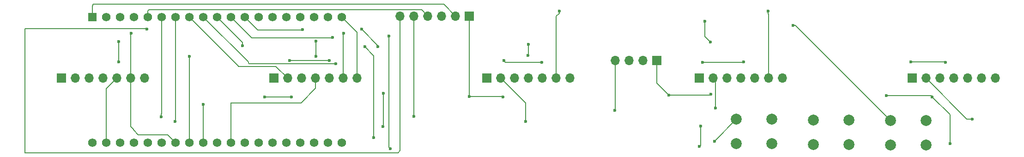
<source format=gbl>
%TF.GenerationSoftware,KiCad,Pcbnew,8.0.5*%
%TF.CreationDate,2024-09-09T15:54:14+02:00*%
%TF.ProjectId,info_orbs,696e666f-5f6f-4726-9273-2e6b69636164,rev?*%
%TF.SameCoordinates,Original*%
%TF.FileFunction,Copper,L2,Bot*%
%TF.FilePolarity,Positive*%
%FSLAX46Y46*%
G04 Gerber Fmt 4.6, Leading zero omitted, Abs format (unit mm)*
G04 Created by KiCad (PCBNEW 8.0.5) date 2024-09-09 15:54:14*
%MOMM*%
%LPD*%
G01*
G04 APERTURE LIST*
%TA.AperFunction,ComponentPad*%
%ADD10R,1.700000X1.700000*%
%TD*%
%TA.AperFunction,ComponentPad*%
%ADD11O,1.700000X1.700000*%
%TD*%
%TA.AperFunction,ComponentPad*%
%ADD12C,2.000000*%
%TD*%
%TA.AperFunction,ComponentPad*%
%ADD13R,1.560000X1.560000*%
%TD*%
%TA.AperFunction,ComponentPad*%
%ADD14C,1.560000*%
%TD*%
%TA.AperFunction,ViaPad*%
%ADD15C,0.600000*%
%TD*%
%TA.AperFunction,Conductor*%
%ADD16C,0.200000*%
%TD*%
G04 APERTURE END LIST*
D10*
%TO.P,D5,1,RST*%
%TO.N,Net-(V1-IO18)*%
X203462500Y-74250000D03*
D11*
%TO.P,D5,2,CS*%
%TO.N,Net-(V1-IO21)*%
X206002500Y-74250000D03*
%TO.P,D5,3,DC*%
%TO.N,Net-(V1-IO19)*%
X208542500Y-74250000D03*
%TO.P,D5,4,SDA*%
%TO.N,Net-(V1-IO17)*%
X211082500Y-74250000D03*
%TO.P,D5,5,SCL*%
%TO.N,Net-(V1-IO23)*%
X213622500Y-74250000D03*
%TO.P,D5,6,GND*%
%TO.N,Net-(V1-GND2)*%
X216162500Y-74250000D03*
%TO.P,D5,7,VCC*%
%TO.N,Net-(U1-vcc)*%
X218702500Y-74250000D03*
%TD*%
D10*
%TO.P,U1,1,vcc*%
%TO.N,Net-(U1-vcc)*%
X122320000Y-62860000D03*
D11*
%TO.P,U1,2,3.3v*%
%TO.N,Net-(U1-3.3v)*%
X119780000Y-62860000D03*
%TO.P,U1,3,GND*%
%TO.N,Net-(U1-GND)*%
X117240000Y-62860000D03*
%TO.P,U1,4,gipo34*%
%TO.N,Net-(U1-gipo34)*%
X114700000Y-62860000D03*
%TO.P,U1,5,gpio35*%
%TO.N,Net-(U1-gpio35)*%
X112160000Y-62860000D03*
%TO.P,U1,6,gpio12*%
%TO.N,Net-(U1-gpio12)*%
X109620000Y-62860000D03*
%TD*%
D10*
%TO.P,D3,1,RST*%
%TO.N,Net-(V1-IO18)*%
X125480000Y-74250000D03*
D11*
%TO.P,D3,2,CS*%
%TO.N,Net-(V1-IO32)*%
X128020000Y-74250000D03*
%TO.P,D3,3,DC*%
%TO.N,Net-(V1-IO19)*%
X130560000Y-74250000D03*
%TO.P,D3,4,SDA*%
%TO.N,Net-(V1-IO17)*%
X133100000Y-74250000D03*
%TO.P,D3,5,SCL*%
%TO.N,Net-(V1-IO23)*%
X135640000Y-74250000D03*
%TO.P,D3,6,GND*%
%TO.N,Net-(V1-GND2)*%
X138180000Y-74250000D03*
%TO.P,D3,7,VCC*%
%TO.N,Net-(U1-vcc)*%
X140720000Y-74250000D03*
%TD*%
D12*
%TO.P,RHT,1,1*%
%TO.N,Net-(V1-IO14)*%
X199500000Y-82000000D03*
X206000000Y-82000000D03*
%TO.P,RHT,2,2*%
%TO.N,Net-(U1-vcc)*%
X199500000Y-86500000D03*
X206000000Y-86500000D03*
%TD*%
D10*
%TO.P,D4,1,RST*%
%TO.N,Net-(V1-IO18)*%
X164471250Y-74250000D03*
D11*
%TO.P,D4,2,CS*%
%TO.N,Net-(V1-IO25)*%
X167011250Y-74250000D03*
%TO.P,D4,3,DC*%
%TO.N,Net-(V1-IO19)*%
X169551250Y-74250000D03*
%TO.P,D4,4,SDA*%
%TO.N,Net-(V1-IO17)*%
X172091250Y-74250000D03*
%TO.P,D4,5,SCL*%
%TO.N,Net-(V1-IO23)*%
X174631250Y-74250000D03*
%TO.P,D4,6,GND*%
%TO.N,Net-(V1-GND2)*%
X177171250Y-74250000D03*
%TO.P,D4,7,VCC*%
%TO.N,Net-(U1-vcc)*%
X179711250Y-74250000D03*
%TD*%
D12*
%TO.P,OK,1,1*%
%TO.N,Net-(V1-IO27)*%
X185375000Y-81875000D03*
X191875000Y-81875000D03*
%TO.P,OK,2,2*%
%TO.N,Net-(U1-vcc)*%
X185375000Y-86375000D03*
X191875000Y-86375000D03*
%TD*%
D10*
%TO.P,D2,1,RST*%
%TO.N,Net-(V1-IO18)*%
X86488750Y-74250000D03*
D11*
%TO.P,D2,2,CS*%
%TO.N,Net-(V1-IO33)*%
X89028750Y-74250000D03*
%TO.P,D2,3,DC*%
%TO.N,Net-(V1-IO19)*%
X91568750Y-74250000D03*
%TO.P,D2,4,SDA*%
%TO.N,Net-(V1-IO17)*%
X94108750Y-74250000D03*
%TO.P,D2,5,SCL*%
%TO.N,Net-(V1-IO23)*%
X96648750Y-74250000D03*
%TO.P,D2,6,GND*%
%TO.N,Net-(V1-GND2)*%
X99188750Y-74250000D03*
%TO.P,D2,7,VCC*%
%TO.N,Net-(U1-vcc)*%
X101728750Y-74250000D03*
%TD*%
D10*
%TO.P,D1,1,RST*%
%TO.N,Net-(V1-IO18)*%
X47497500Y-74250000D03*
D11*
%TO.P,D1,2,CS*%
%TO.N,Net-(V1-IO13)*%
X50037500Y-74250000D03*
%TO.P,D1,3,DC*%
%TO.N,Net-(V1-IO19)*%
X52577500Y-74250000D03*
%TO.P,D1,4,SDA*%
%TO.N,Net-(V1-IO17)*%
X55117500Y-74250000D03*
%TO.P,D1,5,SCL*%
%TO.N,Net-(V1-IO23)*%
X57657500Y-74250000D03*
%TO.P,D1,6,GND*%
%TO.N,Net-(V1-GND2)*%
X60197500Y-74250000D03*
%TO.P,D1,7,VCC*%
%TO.N,Net-(U1-vcc)*%
X62737500Y-74250000D03*
%TD*%
D12*
%TO.P,LFT,1,1*%
%TO.N,Net-(V1-IO26)*%
X171250000Y-81750000D03*
X177750000Y-81750000D03*
%TO.P,LFT,2,2*%
%TO.N,Net-(U1-vcc)*%
X171250000Y-86250000D03*
X177750000Y-86250000D03*
%TD*%
D10*
%TO.P,USB C,1,VCC*%
%TO.N,Net-(U1-vcc)*%
X156615000Y-71000000D03*
D11*
%TO.P,USB C,2,d+*%
%TO.N,unconnected-(USBPower1-d+-Pad2)*%
X154075000Y-71000000D03*
%TO.P,USB C,3,D-*%
%TO.N,unconnected-(USBPower1-D--Pad3)*%
X151535000Y-71000000D03*
%TO.P,USB C,4,GND*%
%TO.N,Net-(USBPower1-GND)*%
X148995000Y-71000000D03*
%TD*%
D13*
%TO.P,V1,J2-1,3V3*%
%TO.N,Net-(U1-3.3v)*%
X53210000Y-63037500D03*
D14*
%TO.P,V1,J2-2,EN*%
%TO.N,unconnected-(V1-EN-PadJ2-2)*%
X55750000Y-63037500D03*
%TO.P,V1,J2-3,SENSOR_VP*%
%TO.N,unconnected-(V1-SENSOR_VP-PadJ2-3)*%
X58290000Y-63037500D03*
%TO.P,V1,J2-4,SENSOR_VN*%
%TO.N,unconnected-(V1-SENSOR_VN-PadJ2-4)*%
X60830000Y-63037500D03*
%TO.P,V1,J2-5,IO34*%
%TO.N,Net-(U1-gipo34)*%
X63370000Y-63037500D03*
%TO.P,V1,J2-6,IO35*%
%TO.N,Net-(U1-gpio35)*%
X65910000Y-63037500D03*
%TO.P,V1,J2-7,IO32*%
%TO.N,Net-(V1-IO32)*%
X68450000Y-63037500D03*
%TO.P,V1,J2-8,IO33*%
%TO.N,Net-(V1-IO33)*%
X70990000Y-63037500D03*
%TO.P,V1,J2-9,IO25*%
%TO.N,Net-(V1-IO25)*%
X73530000Y-63037500D03*
%TO.P,V1,J2-10,IO26*%
%TO.N,Net-(V1-IO26)*%
X76070000Y-63037500D03*
%TO.P,V1,J2-11,IO27*%
%TO.N,Net-(V1-IO27)*%
X78610000Y-63037500D03*
%TO.P,V1,J2-12,IO14*%
%TO.N,Net-(V1-IO14)*%
X81150000Y-63037500D03*
%TO.P,V1,J2-13,IO12*%
%TO.N,Net-(U1-gpio12)*%
X83690000Y-63037500D03*
%TO.P,V1,J2-14,GND1*%
%TO.N,Net-(U1-GND)*%
X86230000Y-63037500D03*
%TO.P,V1,J2-15,IO13*%
%TO.N,Net-(V1-IO13)*%
X88770000Y-63037500D03*
%TO.P,V1,J2-16,SD2*%
%TO.N,unconnected-(V1-SD2-PadJ2-16)*%
X91310000Y-63037500D03*
%TO.P,V1,J2-17,SD3*%
%TO.N,unconnected-(V1-SD3-PadJ2-17)*%
X93850000Y-63037500D03*
%TO.P,V1,J2-18,CMD*%
%TO.N,unconnected-(V1-CMD-PadJ2-18)*%
X96390000Y-63037500D03*
%TO.P,V1,J2-19,EXT_5V*%
%TO.N,Net-(U1-vcc)*%
X98930000Y-63037500D03*
%TO.P,V1,J3-1,GND3*%
%TO.N,Net-(USBPower1-GND)*%
X53210000Y-86037500D03*
%TO.P,V1,J3-2,IO23*%
%TO.N,Net-(V1-IO23)*%
X55750000Y-86037500D03*
%TO.P,V1,J3-3,IO22*%
%TO.N,unconnected-(V1-IO22-PadJ3-3)*%
X58290000Y-86037500D03*
%TO.P,V1,J3-4,TXD0*%
%TO.N,unconnected-(V1-TXD0-PadJ3-4)*%
X60830000Y-86037500D03*
%TO.P,V1,J3-5,RXD0*%
%TO.N,unconnected-(V1-RXD0-PadJ3-5)*%
X63370000Y-86037500D03*
%TO.P,V1,J3-6,IO21*%
%TO.N,Net-(V1-IO21)*%
X65910000Y-86037500D03*
%TO.P,V1,J3-7,GND2*%
%TO.N,Net-(V1-GND2)*%
X68450000Y-86037500D03*
%TO.P,V1,J3-8,IO19*%
%TO.N,Net-(V1-IO19)*%
X70990000Y-86037500D03*
%TO.P,V1,J3-9,IO18*%
%TO.N,Net-(V1-IO18)*%
X73530000Y-86037500D03*
%TO.P,V1,J3-10,IO5*%
%TO.N,unconnected-(V1-IO5-PadJ3-10)*%
X76070000Y-86037500D03*
%TO.P,V1,J3-11,IO17*%
%TO.N,Net-(V1-IO17)*%
X78610000Y-86037500D03*
%TO.P,V1,J3-12,IO16*%
%TO.N,unconnected-(V1-IO16-PadJ3-12)*%
X81150000Y-86037500D03*
%TO.P,V1,J3-13,IO4*%
%TO.N,unconnected-(V1-IO4-PadJ3-13)*%
X83690000Y-86037500D03*
%TO.P,V1,J3-14,IO0*%
%TO.N,unconnected-(V1-IO0-PadJ3-14)*%
X86230000Y-86037500D03*
%TO.P,V1,J3-15,IO2*%
%TO.N,unconnected-(V1-IO2-PadJ3-15)*%
X88770000Y-86037500D03*
%TO.P,V1,J3-16,IO15*%
%TO.N,unconnected-(V1-IO15-PadJ3-16)*%
X91310000Y-86037500D03*
%TO.P,V1,J3-17,SD1*%
%TO.N,unconnected-(V1-SD1-PadJ3-17)*%
X93850000Y-86037500D03*
%TO.P,V1,J3-18,SD0*%
%TO.N,unconnected-(V1-SD0-PadJ3-18)*%
X96390000Y-86037500D03*
%TO.P,V1,J3-19,CLK*%
%TO.N,unconnected-(V1-CLK-PadJ3-19)*%
X98930000Y-86037500D03*
%TD*%
D15*
%TO.N,Net-(U1-vcc)*%
X158840000Y-77370000D03*
X198730000Y-77450000D03*
X210450000Y-86260000D03*
X89720000Y-77690000D03*
X84750000Y-77690000D03*
X128500000Y-77640000D03*
X122310000Y-77600000D03*
X207130000Y-77660000D03*
X166590000Y-77140000D03*
%TO.N,Net-(V1-GND2)*%
X99290000Y-66000000D03*
X177100000Y-61890000D03*
X138760000Y-61890000D03*
X60340000Y-65960000D03*
%TO.N,Net-(V1-IO18)*%
X73530000Y-79030000D03*
%TO.N,Net-(V1-IO23)*%
X209560000Y-71370000D03*
X128620000Y-71020000D03*
X165010000Y-71330000D03*
X203240000Y-71280000D03*
X96610000Y-70980000D03*
X172570000Y-71270000D03*
X135590000Y-71360000D03*
X89340000Y-70980000D03*
%TO.N,Net-(V1-IO17)*%
X58050000Y-67480000D03*
X58010000Y-71270000D03*
X133100000Y-68040000D03*
X165500000Y-63790000D03*
X94190000Y-70190000D03*
X133060000Y-70070000D03*
X166480000Y-67580000D03*
X94190000Y-67420000D03*
%TO.N,Net-(V1-IO19)*%
X70960000Y-70270000D03*
%TO.N,Net-(V1-IO32)*%
X132580000Y-82170000D03*
X68320000Y-82170000D03*
%TO.N,Net-(V1-IO25)*%
X97810000Y-71580000D03*
X167430000Y-79690000D03*
X106500000Y-77030000D03*
X106410000Y-83090000D03*
%TO.N,Net-(V1-IO21)*%
X214490000Y-81710000D03*
%TO.N,Net-(V1-IO27)*%
X164460000Y-86780000D03*
X164690000Y-83000000D03*
X97210000Y-66760000D03*
X107510000Y-66470000D03*
X107770000Y-87130000D03*
%TO.N,Net-(V1-IO26)*%
X103120000Y-68490000D03*
X80680000Y-68290000D03*
X167230000Y-85770000D03*
X104770000Y-85170000D03*
%TO.N,Net-(V1-IO14)*%
X181660000Y-64540000D03*
X102550000Y-65270000D03*
X105550000Y-68460000D03*
X91710000Y-65350000D03*
%TO.N,Net-(USBPower1-GND)*%
X148960000Y-80160000D03*
%TO.N,Net-(U1-gpio12)*%
X63200000Y-65270000D03*
%TO.N,Net-(U1-gpio35)*%
X112160000Y-81250000D03*
X65800000Y-81330000D03*
%TD*%
D16*
%TO.N,Net-(U1-vcc)*%
X122320000Y-77590000D02*
X122310000Y-77600000D01*
X166360000Y-77370000D02*
X166590000Y-77140000D01*
X101728750Y-65836250D02*
X101728750Y-74250000D01*
X158840000Y-77370000D02*
X156615000Y-75145000D01*
X206920000Y-77450000D02*
X207130000Y-77660000D01*
X122320000Y-62860000D02*
X122320000Y-77590000D01*
X210390000Y-80920000D02*
X207130000Y-77660000D01*
X158840000Y-77370000D02*
X166360000Y-77370000D01*
X210390000Y-86200000D02*
X210390000Y-80920000D01*
X122310000Y-77600000D02*
X128460000Y-77600000D01*
X128460000Y-77600000D02*
X128500000Y-77640000D01*
X210450000Y-86260000D02*
X210390000Y-86200000D01*
X84750000Y-77690000D02*
X89720000Y-77690000D01*
X98930000Y-63037500D02*
X101728750Y-65836250D01*
X198730000Y-77450000D02*
X206920000Y-77450000D01*
X156615000Y-75145000D02*
X156615000Y-71000000D01*
%TO.N,Net-(V1-GND2)*%
X99188750Y-66101250D02*
X99188750Y-74250000D01*
X99290000Y-66000000D02*
X99188750Y-66101250D01*
X177100000Y-62410000D02*
X177171250Y-62481250D01*
X138180000Y-62900000D02*
X138180000Y-74250000D01*
X60690000Y-83600000D02*
X60197500Y-83107500D01*
X177171250Y-62481250D02*
X177171250Y-74250000D01*
X61590000Y-84610000D02*
X60690000Y-83710000D01*
X60197500Y-83107500D02*
X60197500Y-74250000D01*
X138760000Y-62320000D02*
X138180000Y-62900000D01*
X60340000Y-65960000D02*
X60197500Y-66102500D01*
X68450000Y-86037500D02*
X67022500Y-84610000D01*
X177100000Y-61890000D02*
X177100000Y-62410000D01*
X60690000Y-83710000D02*
X60690000Y-83600000D01*
X60197500Y-66102500D02*
X60197500Y-74250000D01*
X67022500Y-84610000D02*
X61590000Y-84610000D01*
X138760000Y-61890000D02*
X138760000Y-62320000D01*
%TO.N,Net-(V1-IO18)*%
X73530000Y-86037500D02*
X73530000Y-79030000D01*
%TO.N,Net-(V1-IO23)*%
X135550000Y-71320000D02*
X135590000Y-71360000D01*
X172510000Y-71330000D02*
X172570000Y-71270000D01*
X128920000Y-71320000D02*
X135030000Y-71320000D01*
X55750000Y-76157500D02*
X57657500Y-74250000D01*
X89340000Y-70980000D02*
X96610000Y-70980000D01*
X171670000Y-71330000D02*
X172510000Y-71330000D01*
X209470000Y-71280000D02*
X209560000Y-71370000D01*
X128620000Y-71020000D02*
X128920000Y-71320000D01*
X55750000Y-86037500D02*
X55750000Y-76157500D01*
X165010000Y-71330000D02*
X171670000Y-71330000D01*
X203240000Y-71280000D02*
X209470000Y-71280000D01*
X135030000Y-71320000D02*
X135550000Y-71320000D01*
%TO.N,Net-(V1-IO17)*%
X91470000Y-78750000D02*
X78680000Y-78750000D01*
X94190000Y-67420000D02*
X94190000Y-70190000D01*
X78610000Y-78780000D02*
X78610000Y-86037500D01*
X78680000Y-78750000D02*
X78660000Y-78730000D01*
X58010000Y-67520000D02*
X58050000Y-67480000D01*
X165500000Y-66600000D02*
X166480000Y-67580000D01*
X58010000Y-71270000D02*
X58010000Y-67520000D01*
X78660000Y-78730000D02*
X78610000Y-78780000D01*
X133100000Y-70030000D02*
X133060000Y-70070000D01*
X133100000Y-68040000D02*
X133100000Y-70030000D01*
X165500000Y-63790000D02*
X165500000Y-66600000D01*
X94108750Y-74250000D02*
X94108750Y-76111250D01*
X94108750Y-76111250D02*
X91470000Y-78750000D01*
%TO.N,Net-(V1-IO19)*%
X70990000Y-70300000D02*
X70960000Y-70270000D01*
X70990000Y-86037500D02*
X70990000Y-70300000D01*
%TO.N,Net-(V1-IO33)*%
X79940000Y-71987500D02*
X79940000Y-72060000D01*
X79940000Y-72060000D02*
X86838750Y-72060000D01*
X86838750Y-72060000D02*
X89028750Y-74250000D01*
X70990000Y-63037500D02*
X79940000Y-71987500D01*
%TO.N,Net-(V1-IO32)*%
X68450000Y-63037500D02*
X68450000Y-82040000D01*
X132580000Y-82170000D02*
X132580000Y-78810000D01*
X68450000Y-82040000D02*
X68320000Y-82170000D01*
X132580000Y-78810000D02*
X128020000Y-74250000D01*
%TO.N,Net-(V1-IO25)*%
X81770000Y-71430000D02*
X81920000Y-71580000D01*
X106500000Y-77030000D02*
X106500000Y-83000000D01*
X81920000Y-71580000D02*
X97810000Y-71580000D01*
X167430000Y-74668750D02*
X167430000Y-79690000D01*
X106500000Y-83000000D02*
X106410000Y-83090000D01*
X81770000Y-71277500D02*
X81770000Y-71430000D01*
X167011250Y-74250000D02*
X167430000Y-74668750D01*
X73530000Y-63037500D02*
X81770000Y-71277500D01*
%TO.N,Net-(V1-IO21)*%
X213462500Y-81710000D02*
X206002500Y-74250000D01*
X214490000Y-81710000D02*
X213462500Y-81710000D01*
%TO.N,Net-(V1-IO27)*%
X97150000Y-66820000D02*
X97210000Y-66760000D01*
X107510000Y-66470000D02*
X107510000Y-86870000D01*
X82392500Y-66820000D02*
X97150000Y-66820000D01*
X164690000Y-86550000D02*
X164690000Y-83000000D01*
X78610000Y-63037500D02*
X82392500Y-66820000D01*
X107510000Y-86870000D02*
X107770000Y-87130000D01*
X164460000Y-86780000D02*
X164690000Y-86550000D01*
%TO.N,Net-(V1-IO26)*%
X104770000Y-70140000D02*
X103120000Y-68490000D01*
X171250000Y-81750000D02*
X167230000Y-85770000D01*
X80680000Y-67647500D02*
X76070000Y-63037500D01*
X104770000Y-85170000D02*
X104770000Y-70140000D01*
X80680000Y-68290000D02*
X80680000Y-67647500D01*
%TO.N,Net-(V1-IO14)*%
X102550000Y-65270000D02*
X105550000Y-68270000D01*
X105550000Y-68270000D02*
X105550000Y-68460000D01*
X83512500Y-65400000D02*
X81150000Y-63037500D01*
X182040000Y-64540000D02*
X181660000Y-64540000D01*
X199500000Y-82000000D02*
X182040000Y-64540000D01*
X91660000Y-65400000D02*
X91710000Y-65350000D01*
X83512500Y-65400000D02*
X91660000Y-65400000D01*
%TO.N,Net-(USBPower1-GND)*%
X148960000Y-80160000D02*
X148995000Y-80125000D01*
X148995000Y-80125000D02*
X148995000Y-71000000D01*
%TO.N,Net-(U1-gpio12)*%
X63040000Y-65110000D02*
X63200000Y-65270000D01*
X40870000Y-87900000D02*
X40870000Y-65150000D01*
X40830000Y-65110000D02*
X63040000Y-65110000D01*
X109620000Y-62860000D02*
X109620000Y-87510000D01*
X40870000Y-65150000D02*
X40830000Y-65110000D01*
X109230000Y-87900000D02*
X40870000Y-87900000D01*
X109620000Y-87510000D02*
X109230000Y-87900000D01*
%TO.N,Net-(U1-gipo34)*%
X63600000Y-61650000D02*
X63370000Y-61880000D01*
X63370000Y-61880000D02*
X63370000Y-63037500D01*
X63660000Y-61710000D02*
X63600000Y-61650000D01*
X113550000Y-61710000D02*
X63660000Y-61710000D01*
X114700000Y-62860000D02*
X113550000Y-61710000D01*
%TO.N,Net-(U1-3.3v)*%
X119780000Y-62860000D02*
X117610000Y-60690000D01*
X53300000Y-60890000D02*
X53210000Y-60980000D01*
X53300000Y-60690000D02*
X53300000Y-60890000D01*
X53210000Y-60980000D02*
X53210000Y-63037500D01*
X117610000Y-60690000D02*
X53300000Y-60690000D01*
%TO.N,Net-(U1-gpio35)*%
X65800000Y-81330000D02*
X65800000Y-80830000D01*
X65910000Y-80720000D02*
X65910000Y-63037500D01*
X112160000Y-62860000D02*
X112160000Y-81250000D01*
X65800000Y-80830000D02*
X65910000Y-80720000D01*
%TD*%
M02*

</source>
